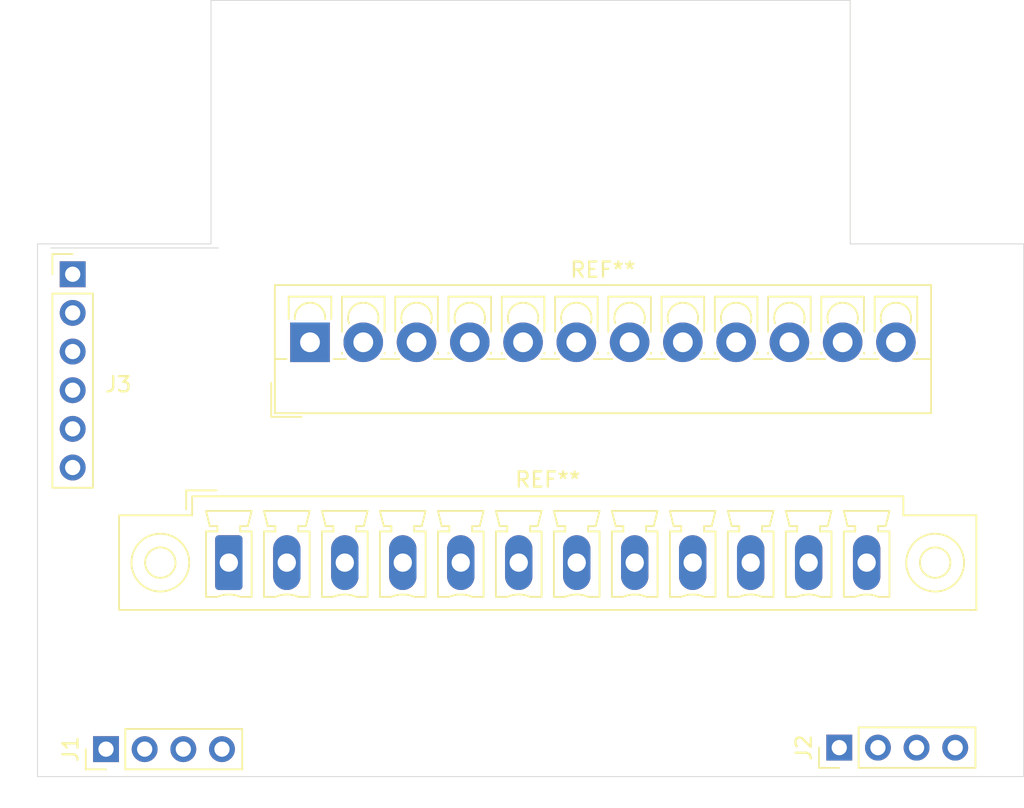
<source format=kicad_pcb>
(kicad_pcb (version 20171130) (host pcbnew 5.1.9+dfsg1-1)

  (general
    (thickness 1.6)
    (drawings 11)
    (tracks 0)
    (zones 0)
    (modules 5)
    (nets 1)
  )

  (page A4)
  (layers
    (0 F.Cu signal)
    (31 B.Cu signal)
    (32 B.Adhes user)
    (33 F.Adhes user)
    (34 B.Paste user)
    (35 F.Paste user)
    (36 B.SilkS user)
    (37 F.SilkS user)
    (38 B.Mask user)
    (39 F.Mask user)
    (40 Dwgs.User user)
    (41 Cmts.User user)
    (42 Eco1.User user)
    (43 Eco2.User user)
    (44 Edge.Cuts user)
    (45 Margin user)
    (46 B.CrtYd user)
    (47 F.CrtYd user)
    (48 B.Fab user)
    (49 F.Fab user)
  )

  (setup
    (last_trace_width 0.25)
    (trace_clearance 0.2)
    (zone_clearance 0.508)
    (zone_45_only no)
    (trace_min 0.2)
    (via_size 0.8)
    (via_drill 0.4)
    (via_min_size 0.4)
    (via_min_drill 0.3)
    (uvia_size 0.3)
    (uvia_drill 0.1)
    (uvias_allowed no)
    (uvia_min_size 0.2)
    (uvia_min_drill 0.1)
    (edge_width 0.1)
    (segment_width 0.2)
    (pcb_text_width 0.3)
    (pcb_text_size 1.5 1.5)
    (mod_edge_width 0.15)
    (mod_text_size 1 1)
    (mod_text_width 0.15)
    (pad_size 1.524 1.524)
    (pad_drill 0.762)
    (pad_to_mask_clearance 0)
    (aux_axis_origin 0 0)
    (visible_elements FFFFFF7F)
    (pcbplotparams
      (layerselection 0x010fc_ffffffff)
      (usegerberextensions false)
      (usegerberattributes true)
      (usegerberadvancedattributes true)
      (creategerberjobfile true)
      (excludeedgelayer true)
      (linewidth 0.100000)
      (plotframeref false)
      (viasonmask false)
      (mode 1)
      (useauxorigin false)
      (hpglpennumber 1)
      (hpglpenspeed 20)
      (hpglpendiameter 15.000000)
      (psnegative false)
      (psa4output false)
      (plotreference true)
      (plotvalue true)
      (plotinvisibletext false)
      (padsonsilk false)
      (subtractmaskfromsilk false)
      (outputformat 1)
      (mirror false)
      (drillshape 1)
      (scaleselection 1)
      (outputdirectory ""))
  )

  (net 0 "")

  (net_class Default "This is the default net class."
    (clearance 0.2)
    (trace_width 0.25)
    (via_dia 0.8)
    (via_drill 0.4)
    (uvia_dia 0.3)
    (uvia_drill 0.1)
  )

  (module Connector_Phoenix_MC:PhoenixContact_MCV_1,5_12-GF-3.81_1x12_P3.81mm_Vertical_ThreadedFlange (layer F.Cu) (tedit 5B784ED2) (tstamp 60AD4B8E)
    (at 128.27 85.344)
    (descr "Generic Phoenix Contact connector footprint for: MCV_1,5/12-GF-3.81; number of pins: 12; pin pitch: 3.81mm; Vertical; threaded flange || order number: 1830693 8A 160V")
    (tags "phoenix_contact connector MCV_01x12_GF_3.81mm")
    (fp_text reference REF** (at 20.96 -5.45) (layer F.SilkS)
      (effects (font (size 1 1) (thickness 0.15)))
    )
    (fp_text value PhoenixContact_MCV_1,5_12-GF-3.81_1x12_P3.81mm_Vertical_ThreadedFlange (at 20.96 4.2) (layer F.Fab)
      (effects (font (size 1 1) (thickness 0.15)))
    )
    (fp_text user %R (at 20.96 -3.55) (layer F.Fab)
      (effects (font (size 1 1) (thickness 0.15)))
    )
    (fp_arc (start 41.91 3.95) (end 41.16 2.25) (angle 47.6) (layer F.SilkS) (width 0.12))
    (fp_arc (start 38.1 3.95) (end 37.35 2.25) (angle 47.6) (layer F.SilkS) (width 0.12))
    (fp_arc (start 34.29 3.95) (end 33.54 2.25) (angle 47.6) (layer F.SilkS) (width 0.12))
    (fp_arc (start 30.48 3.95) (end 29.73 2.25) (angle 47.6) (layer F.SilkS) (width 0.12))
    (fp_arc (start 26.67 3.95) (end 25.92 2.25) (angle 47.6) (layer F.SilkS) (width 0.12))
    (fp_arc (start 22.86 3.95) (end 22.11 2.25) (angle 47.6) (layer F.SilkS) (width 0.12))
    (fp_arc (start 19.05 3.95) (end 18.3 2.25) (angle 47.6) (layer F.SilkS) (width 0.12))
    (fp_arc (start 15.24 3.95) (end 14.49 2.25) (angle 47.6) (layer F.SilkS) (width 0.12))
    (fp_arc (start 11.43 3.95) (end 10.68 2.25) (angle 47.6) (layer F.SilkS) (width 0.12))
    (fp_arc (start 7.62 3.95) (end 6.87 2.25) (angle 47.6) (layer F.SilkS) (width 0.12))
    (fp_arc (start 3.81 3.95) (end 3.06 2.25) (angle 47.6) (layer F.SilkS) (width 0.12))
    (fp_arc (start 0 3.95) (end -0.75 2.25) (angle 47.6) (layer F.SilkS) (width 0.12))
    (fp_circle (center -4.5 0) (end -2.6 0) (layer F.SilkS) (width 0.12))
    (fp_circle (center 46.41 0) (end 48.31 0) (layer F.SilkS) (width 0.12))
    (fp_circle (center -4.5 0) (end -3.5 0) (layer F.SilkS) (width 0.12))
    (fp_circle (center 46.41 0) (end 47.41 0) (layer F.SilkS) (width 0.12))
    (fp_line (start -7.21 3.11) (end 49.12 3.11) (layer F.SilkS) (width 0.12))
    (fp_line (start 49.12 3.11) (end 49.12 -3.11) (layer F.SilkS) (width 0.12))
    (fp_line (start 49.12 -3.11) (end 44.32 -3.11) (layer F.SilkS) (width 0.12))
    (fp_line (start 44.32 -3.11) (end 44.32 -4.36) (layer F.SilkS) (width 0.12))
    (fp_line (start 44.32 -4.36) (end -2.41 -4.36) (layer F.SilkS) (width 0.12))
    (fp_line (start -2.41 -4.36) (end -2.41 -3.11) (layer F.SilkS) (width 0.12))
    (fp_line (start -2.41 -3.11) (end -7.21 -3.11) (layer F.SilkS) (width 0.12))
    (fp_line (start -7.21 -3.11) (end -7.21 3.11) (layer F.SilkS) (width 0.12))
    (fp_line (start -7.1 3) (end 49.01 3) (layer F.Fab) (width 0.1))
    (fp_line (start 49.01 3) (end 49.01 -3) (layer F.Fab) (width 0.1))
    (fp_line (start 49.01 -3) (end 44.21 -3) (layer F.Fab) (width 0.1))
    (fp_line (start 44.21 -3) (end 44.21 -4.25) (layer F.Fab) (width 0.1))
    (fp_line (start 44.21 -4.25) (end -2.3 -4.25) (layer F.Fab) (width 0.1))
    (fp_line (start -2.3 -4.25) (end -2.3 -3) (layer F.Fab) (width 0.1))
    (fp_line (start -2.3 -3) (end -7.1 -3) (layer F.Fab) (width 0.1))
    (fp_line (start -7.1 -3) (end -7.1 3) (layer F.Fab) (width 0.1))
    (fp_line (start -0.75 2.25) (end -1.5 2.25) (layer F.SilkS) (width 0.12))
    (fp_line (start -1.5 2.25) (end -1.5 -2.05) (layer F.SilkS) (width 0.12))
    (fp_line (start -1.5 -2.05) (end -0.75 -2.05) (layer F.SilkS) (width 0.12))
    (fp_line (start -0.75 -2.05) (end -0.75 -2.4) (layer F.SilkS) (width 0.12))
    (fp_line (start -0.75 -2.4) (end -1.25 -2.4) (layer F.SilkS) (width 0.12))
    (fp_line (start -1.25 -2.4) (end -1.5 -3.4) (layer F.SilkS) (width 0.12))
    (fp_line (start -1.5 -3.4) (end 1.5 -3.4) (layer F.SilkS) (width 0.12))
    (fp_line (start 1.5 -3.4) (end 1.25 -2.4) (layer F.SilkS) (width 0.12))
    (fp_line (start 1.25 -2.4) (end 0.75 -2.4) (layer F.SilkS) (width 0.12))
    (fp_line (start 0.75 -2.4) (end 0.75 -2.05) (layer F.SilkS) (width 0.12))
    (fp_line (start 0.75 -2.05) (end 1.5 -2.05) (layer F.SilkS) (width 0.12))
    (fp_line (start 1.5 -2.05) (end 1.5 2.25) (layer F.SilkS) (width 0.12))
    (fp_line (start 1.5 2.25) (end 0.75 2.25) (layer F.SilkS) (width 0.12))
    (fp_line (start 3.06 2.25) (end 2.31 2.25) (layer F.SilkS) (width 0.12))
    (fp_line (start 2.31 2.25) (end 2.31 -2.05) (layer F.SilkS) (width 0.12))
    (fp_line (start 2.31 -2.05) (end 3.06 -2.05) (layer F.SilkS) (width 0.12))
    (fp_line (start 3.06 -2.05) (end 3.06 -2.4) (layer F.SilkS) (width 0.12))
    (fp_line (start 3.06 -2.4) (end 2.56 -2.4) (layer F.SilkS) (width 0.12))
    (fp_line (start 2.56 -2.4) (end 2.31 -3.4) (layer F.SilkS) (width 0.12))
    (fp_line (start 2.31 -3.4) (end 5.31 -3.4) (layer F.SilkS) (width 0.12))
    (fp_line (start 5.31 -3.4) (end 5.06 -2.4) (layer F.SilkS) (width 0.12))
    (fp_line (start 5.06 -2.4) (end 4.56 -2.4) (layer F.SilkS) (width 0.12))
    (fp_line (start 4.56 -2.4) (end 4.56 -2.05) (layer F.SilkS) (width 0.12))
    (fp_line (start 4.56 -2.05) (end 5.31 -2.05) (layer F.SilkS) (width 0.12))
    (fp_line (start 5.31 -2.05) (end 5.31 2.25) (layer F.SilkS) (width 0.12))
    (fp_line (start 5.31 2.25) (end 4.56 2.25) (layer F.SilkS) (width 0.12))
    (fp_line (start 6.87 2.25) (end 6.12 2.25) (layer F.SilkS) (width 0.12))
    (fp_line (start 6.12 2.25) (end 6.12 -2.05) (layer F.SilkS) (width 0.12))
    (fp_line (start 6.12 -2.05) (end 6.87 -2.05) (layer F.SilkS) (width 0.12))
    (fp_line (start 6.87 -2.05) (end 6.87 -2.4) (layer F.SilkS) (width 0.12))
    (fp_line (start 6.87 -2.4) (end 6.37 -2.4) (layer F.SilkS) (width 0.12))
    (fp_line (start 6.37 -2.4) (end 6.12 -3.4) (layer F.SilkS) (width 0.12))
    (fp_line (start 6.12 -3.4) (end 9.12 -3.4) (layer F.SilkS) (width 0.12))
    (fp_line (start 9.12 -3.4) (end 8.87 -2.4) (layer F.SilkS) (width 0.12))
    (fp_line (start 8.87 -2.4) (end 8.37 -2.4) (layer F.SilkS) (width 0.12))
    (fp_line (start 8.37 -2.4) (end 8.37 -2.05) (layer F.SilkS) (width 0.12))
    (fp_line (start 8.37 -2.05) (end 9.12 -2.05) (layer F.SilkS) (width 0.12))
    (fp_line (start 9.12 -2.05) (end 9.12 2.25) (layer F.SilkS) (width 0.12))
    (fp_line (start 9.12 2.25) (end 8.37 2.25) (layer F.SilkS) (width 0.12))
    (fp_line (start 10.68 2.25) (end 9.93 2.25) (layer F.SilkS) (width 0.12))
    (fp_line (start 9.93 2.25) (end 9.93 -2.05) (layer F.SilkS) (width 0.12))
    (fp_line (start 9.93 -2.05) (end 10.68 -2.05) (layer F.SilkS) (width 0.12))
    (fp_line (start 10.68 -2.05) (end 10.68 -2.4) (layer F.SilkS) (width 0.12))
    (fp_line (start 10.68 -2.4) (end 10.18 -2.4) (layer F.SilkS) (width 0.12))
    (fp_line (start 10.18 -2.4) (end 9.93 -3.4) (layer F.SilkS) (width 0.12))
    (fp_line (start 9.93 -3.4) (end 12.93 -3.4) (layer F.SilkS) (width 0.12))
    (fp_line (start 12.93 -3.4) (end 12.68 -2.4) (layer F.SilkS) (width 0.12))
    (fp_line (start 12.68 -2.4) (end 12.18 -2.4) (layer F.SilkS) (width 0.12))
    (fp_line (start 12.18 -2.4) (end 12.18 -2.05) (layer F.SilkS) (width 0.12))
    (fp_line (start 12.18 -2.05) (end 12.93 -2.05) (layer F.SilkS) (width 0.12))
    (fp_line (start 12.93 -2.05) (end 12.93 2.25) (layer F.SilkS) (width 0.12))
    (fp_line (start 12.93 2.25) (end 12.18 2.25) (layer F.SilkS) (width 0.12))
    (fp_line (start 14.49 2.25) (end 13.74 2.25) (layer F.SilkS) (width 0.12))
    (fp_line (start 13.74 2.25) (end 13.74 -2.05) (layer F.SilkS) (width 0.12))
    (fp_line (start 13.74 -2.05) (end 14.49 -2.05) (layer F.SilkS) (width 0.12))
    (fp_line (start 14.49 -2.05) (end 14.49 -2.4) (layer F.SilkS) (width 0.12))
    (fp_line (start 14.49 -2.4) (end 13.99 -2.4) (layer F.SilkS) (width 0.12))
    (fp_line (start 13.99 -2.4) (end 13.74 -3.4) (layer F.SilkS) (width 0.12))
    (fp_line (start 13.74 -3.4) (end 16.74 -3.4) (layer F.SilkS) (width 0.12))
    (fp_line (start 16.74 -3.4) (end 16.49 -2.4) (layer F.SilkS) (width 0.12))
    (fp_line (start 16.49 -2.4) (end 15.99 -2.4) (layer F.SilkS) (width 0.12))
    (fp_line (start 15.99 -2.4) (end 15.99 -2.05) (layer F.SilkS) (width 0.12))
    (fp_line (start 15.99 -2.05) (end 16.74 -2.05) (layer F.SilkS) (width 0.12))
    (fp_line (start 16.74 -2.05) (end 16.74 2.25) (layer F.SilkS) (width 0.12))
    (fp_line (start 16.74 2.25) (end 15.99 2.25) (layer F.SilkS) (width 0.12))
    (fp_line (start 18.3 2.25) (end 17.55 2.25) (layer F.SilkS) (width 0.12))
    (fp_line (start 17.55 2.25) (end 17.55 -2.05) (layer F.SilkS) (width 0.12))
    (fp_line (start 17.55 -2.05) (end 18.3 -2.05) (layer F.SilkS) (width 0.12))
    (fp_line (start 18.3 -2.05) (end 18.3 -2.4) (layer F.SilkS) (width 0.12))
    (fp_line (start 18.3 -2.4) (end 17.8 -2.4) (layer F.SilkS) (width 0.12))
    (fp_line (start 17.8 -2.4) (end 17.55 -3.4) (layer F.SilkS) (width 0.12))
    (fp_line (start 17.55 -3.4) (end 20.55 -3.4) (layer F.SilkS) (width 0.12))
    (fp_line (start 20.55 -3.4) (end 20.3 -2.4) (layer F.SilkS) (width 0.12))
    (fp_line (start 20.3 -2.4) (end 19.8 -2.4) (layer F.SilkS) (width 0.12))
    (fp_line (start 19.8 -2.4) (end 19.8 -2.05) (layer F.SilkS) (width 0.12))
    (fp_line (start 19.8 -2.05) (end 20.55 -2.05) (layer F.SilkS) (width 0.12))
    (fp_line (start 20.55 -2.05) (end 20.55 2.25) (layer F.SilkS) (width 0.12))
    (fp_line (start 20.55 2.25) (end 19.8 2.25) (layer F.SilkS) (width 0.12))
    (fp_line (start 22.11 2.25) (end 21.36 2.25) (layer F.SilkS) (width 0.12))
    (fp_line (start 21.36 2.25) (end 21.36 -2.05) (layer F.SilkS) (width 0.12))
    (fp_line (start 21.36 -2.05) (end 22.11 -2.05) (layer F.SilkS) (width 0.12))
    (fp_line (start 22.11 -2.05) (end 22.11 -2.4) (layer F.SilkS) (width 0.12))
    (fp_line (start 22.11 -2.4) (end 21.61 -2.4) (layer F.SilkS) (width 0.12))
    (fp_line (start 21.61 -2.4) (end 21.36 -3.4) (layer F.SilkS) (width 0.12))
    (fp_line (start 21.36 -3.4) (end 24.36 -3.4) (layer F.SilkS) (width 0.12))
    (fp_line (start 24.36 -3.4) (end 24.11 -2.4) (layer F.SilkS) (width 0.12))
    (fp_line (start 24.11 -2.4) (end 23.61 -2.4) (layer F.SilkS) (width 0.12))
    (fp_line (start 23.61 -2.4) (end 23.61 -2.05) (layer F.SilkS) (width 0.12))
    (fp_line (start 23.61 -2.05) (end 24.36 -2.05) (layer F.SilkS) (width 0.12))
    (fp_line (start 24.36 -2.05) (end 24.36 2.25) (layer F.SilkS) (width 0.12))
    (fp_line (start 24.36 2.25) (end 23.61 2.25) (layer F.SilkS) (width 0.12))
    (fp_line (start 25.92 2.25) (end 25.17 2.25) (layer F.SilkS) (width 0.12))
    (fp_line (start 25.17 2.25) (end 25.17 -2.05) (layer F.SilkS) (width 0.12))
    (fp_line (start 25.17 -2.05) (end 25.92 -2.05) (layer F.SilkS) (width 0.12))
    (fp_line (start 25.92 -2.05) (end 25.92 -2.4) (layer F.SilkS) (width 0.12))
    (fp_line (start 25.92 -2.4) (end 25.42 -2.4) (layer F.SilkS) (width 0.12))
    (fp_line (start 25.42 -2.4) (end 25.17 -3.4) (layer F.SilkS) (width 0.12))
    (fp_line (start 25.17 -3.4) (end 28.17 -3.4) (layer F.SilkS) (width 0.12))
    (fp_line (start 28.17 -3.4) (end 27.92 -2.4) (layer F.SilkS) (width 0.12))
    (fp_line (start 27.92 -2.4) (end 27.42 -2.4) (layer F.SilkS) (width 0.12))
    (fp_line (start 27.42 -2.4) (end 27.42 -2.05) (layer F.SilkS) (width 0.12))
    (fp_line (start 27.42 -2.05) (end 28.17 -2.05) (layer F.SilkS) (width 0.12))
    (fp_line (start 28.17 -2.05) (end 28.17 2.25) (layer F.SilkS) (width 0.12))
    (fp_line (start 28.17 2.25) (end 27.42 2.25) (layer F.SilkS) (width 0.12))
    (fp_line (start 29.73 2.25) (end 28.98 2.25) (layer F.SilkS) (width 0.12))
    (fp_line (start 28.98 2.25) (end 28.98 -2.05) (layer F.SilkS) (width 0.12))
    (fp_line (start 28.98 -2.05) (end 29.73 -2.05) (layer F.SilkS) (width 0.12))
    (fp_line (start 29.73 -2.05) (end 29.73 -2.4) (layer F.SilkS) (width 0.12))
    (fp_line (start 29.73 -2.4) (end 29.23 -2.4) (layer F.SilkS) (width 0.12))
    (fp_line (start 29.23 -2.4) (end 28.98 -3.4) (layer F.SilkS) (width 0.12))
    (fp_line (start 28.98 -3.4) (end 31.98 -3.4) (layer F.SilkS) (width 0.12))
    (fp_line (start 31.98 -3.4) (end 31.73 -2.4) (layer F.SilkS) (width 0.12))
    (fp_line (start 31.73 -2.4) (end 31.23 -2.4) (layer F.SilkS) (width 0.12))
    (fp_line (start 31.23 -2.4) (end 31.23 -2.05) (layer F.SilkS) (width 0.12))
    (fp_line (start 31.23 -2.05) (end 31.98 -2.05) (layer F.SilkS) (width 0.12))
    (fp_line (start 31.98 -2.05) (end 31.98 2.25) (layer F.SilkS) (width 0.12))
    (fp_line (start 31.98 2.25) (end 31.23 2.25) (layer F.SilkS) (width 0.12))
    (fp_line (start 33.54 2.25) (end 32.79 2.25) (layer F.SilkS) (width 0.12))
    (fp_line (start 32.79 2.25) (end 32.79 -2.05) (layer F.SilkS) (width 0.12))
    (fp_line (start 32.79 -2.05) (end 33.54 -2.05) (layer F.SilkS) (width 0.12))
    (fp_line (start 33.54 -2.05) (end 33.54 -2.4) (layer F.SilkS) (width 0.12))
    (fp_line (start 33.54 -2.4) (end 33.04 -2.4) (layer F.SilkS) (width 0.12))
    (fp_line (start 33.04 -2.4) (end 32.79 -3.4) (layer F.SilkS) (width 0.12))
    (fp_line (start 32.79 -3.4) (end 35.79 -3.4) (layer F.SilkS) (width 0.12))
    (fp_line (start 35.79 -3.4) (end 35.54 -2.4) (layer F.SilkS) (width 0.12))
    (fp_line (start 35.54 -2.4) (end 35.04 -2.4) (layer F.SilkS) (width 0.12))
    (fp_line (start 35.04 -2.4) (end 35.04 -2.05) (layer F.SilkS) (width 0.12))
    (fp_line (start 35.04 -2.05) (end 35.79 -2.05) (layer F.SilkS) (width 0.12))
    (fp_line (start 35.79 -2.05) (end 35.79 2.25) (layer F.SilkS) (width 0.12))
    (fp_line (start 35.79 2.25) (end 35.04 2.25) (layer F.SilkS) (width 0.12))
    (fp_line (start 37.35 2.25) (end 36.6 2.25) (layer F.SilkS) (width 0.12))
    (fp_line (start 36.6 2.25) (end 36.6 -2.05) (layer F.SilkS) (width 0.12))
    (fp_line (start 36.6 -2.05) (end 37.35 -2.05) (layer F.SilkS) (width 0.12))
    (fp_line (start 37.35 -2.05) (end 37.35 -2.4) (layer F.SilkS) (width 0.12))
    (fp_line (start 37.35 -2.4) (end 36.85 -2.4) (layer F.SilkS) (width 0.12))
    (fp_line (start 36.85 -2.4) (end 36.6 -3.4) (layer F.SilkS) (width 0.12))
    (fp_line (start 36.6 -3.4) (end 39.6 -3.4) (layer F.SilkS) (width 0.12))
    (fp_line (start 39.6 -3.4) (end 39.35 -2.4) (layer F.SilkS) (width 0.12))
    (fp_line (start 39.35 -2.4) (end 38.85 -2.4) (layer F.SilkS) (width 0.12))
    (fp_line (start 38.85 -2.4) (end 38.85 -2.05) (layer F.SilkS) (width 0.12))
    (fp_line (start 38.85 -2.05) (end 39.6 -2.05) (layer F.SilkS) (width 0.12))
    (fp_line (start 39.6 -2.05) (end 39.6 2.25) (layer F.SilkS) (width 0.12))
    (fp_line (start 39.6 2.25) (end 38.85 2.25) (layer F.SilkS) (width 0.12))
    (fp_line (start 41.16 2.25) (end 40.41 2.25) (layer F.SilkS) (width 0.12))
    (fp_line (start 40.41 2.25) (end 40.41 -2.05) (layer F.SilkS) (width 0.12))
    (fp_line (start 40.41 -2.05) (end 41.16 -2.05) (layer F.SilkS) (width 0.12))
    (fp_line (start 41.16 -2.05) (end 41.16 -2.4) (layer F.SilkS) (width 0.12))
    (fp_line (start 41.16 -2.4) (end 40.66 -2.4) (layer F.SilkS) (width 0.12))
    (fp_line (start 40.66 -2.4) (end 40.41 -3.4) (layer F.SilkS) (width 0.12))
    (fp_line (start 40.41 -3.4) (end 43.41 -3.4) (layer F.SilkS) (width 0.12))
    (fp_line (start 43.41 -3.4) (end 43.16 -2.4) (layer F.SilkS) (width 0.12))
    (fp_line (start 43.16 -2.4) (end 42.66 -2.4) (layer F.SilkS) (width 0.12))
    (fp_line (start 42.66 -2.4) (end 42.66 -2.05) (layer F.SilkS) (width 0.12))
    (fp_line (start 42.66 -2.05) (end 43.41 -2.05) (layer F.SilkS) (width 0.12))
    (fp_line (start 43.41 -2.05) (end 43.41 2.25) (layer F.SilkS) (width 0.12))
    (fp_line (start 43.41 2.25) (end 42.66 2.25) (layer F.SilkS) (width 0.12))
    (fp_line (start -7.6 -4.75) (end -7.6 3.5) (layer F.CrtYd) (width 0.05))
    (fp_line (start -7.6 3.5) (end 49.51 3.5) (layer F.CrtYd) (width 0.05))
    (fp_line (start 49.51 3.5) (end 49.51 -4.75) (layer F.CrtYd) (width 0.05))
    (fp_line (start 49.51 -4.75) (end -7.6 -4.75) (layer F.CrtYd) (width 0.05))
    (fp_line (start -2.8 -3.5) (end -2.8 -4.75) (layer F.SilkS) (width 0.12))
    (fp_line (start -2.8 -4.75) (end -0.8 -4.75) (layer F.SilkS) (width 0.12))
    (fp_line (start -2.8 -3.5) (end -2.8 -4.75) (layer F.Fab) (width 0.1))
    (fp_line (start -2.8 -4.75) (end -0.8 -4.75) (layer F.Fab) (width 0.1))
    (pad 12 thru_hole oval (at 41.91 0) (size 1.8 3.6) (drill 1.2) (layers *.Cu *.Mask))
    (pad 11 thru_hole oval (at 38.1 0) (size 1.8 3.6) (drill 1.2) (layers *.Cu *.Mask))
    (pad 10 thru_hole oval (at 34.29 0) (size 1.8 3.6) (drill 1.2) (layers *.Cu *.Mask))
    (pad 9 thru_hole oval (at 30.48 0) (size 1.8 3.6) (drill 1.2) (layers *.Cu *.Mask))
    (pad 8 thru_hole oval (at 26.67 0) (size 1.8 3.6) (drill 1.2) (layers *.Cu *.Mask))
    (pad 7 thru_hole oval (at 22.86 0) (size 1.8 3.6) (drill 1.2) (layers *.Cu *.Mask))
    (pad 6 thru_hole oval (at 19.05 0) (size 1.8 3.6) (drill 1.2) (layers *.Cu *.Mask))
    (pad 5 thru_hole oval (at 15.24 0) (size 1.8 3.6) (drill 1.2) (layers *.Cu *.Mask))
    (pad 4 thru_hole oval (at 11.43 0) (size 1.8 3.6) (drill 1.2) (layers *.Cu *.Mask))
    (pad 3 thru_hole oval (at 7.62 0) (size 1.8 3.6) (drill 1.2) (layers *.Cu *.Mask))
    (pad 2 thru_hole oval (at 3.81 0) (size 1.8 3.6) (drill 1.2) (layers *.Cu *.Mask))
    (pad 1 thru_hole roundrect (at 0 0) (size 1.8 3.6) (drill 1.2) (layers *.Cu *.Mask) (roundrect_rratio 0.138889))
    (model ${KISYS3DMOD}/Connector_Phoenix_MC.3dshapes/PhoenixContact_MCV_1,5_12-GF-3.81_1x12_P3.81mm_Vertical_ThreadedFlange.wrl
      (at (xyz 0 0 0))
      (scale (xyz 1 1 1))
      (rotate (xyz 0 0 0))
    )
  )

  (module TerminalBlock_4Ucon:TerminalBlock_4Ucon_1x12_P3.50mm_Vertical (layer F.Cu) (tedit 5B294E88) (tstamp 60AD45DC)
    (at 133.604 70.866)
    (descr "Terminal Block 4Ucon ItemNo. 10703, vertical (cable from top), 12 pins, pitch 3.5mm, size 43x8.3mm^2, drill diamater 1.3mm, pad diameter 2.6mm, see http://www.4uconnector.com/online/object/4udrawing/10703.pdf, script-generated with , script-generated using https://github.com/pointhi/kicad-footprint-generator/scripts/TerminalBlock_4Ucon")
    (tags "THT Terminal Block 4Ucon ItemNo. 10703 vertical pitch 3.5mm size 43x8.3mm^2 drill 1.3mm pad 2.6mm")
    (fp_text reference REF** (at 19.25 -4.76) (layer F.SilkS)
      (effects (font (size 1 1) (thickness 0.15)))
    )
    (fp_text value TerminalBlock_4Ucon_1x12_P3.50mm_Vertical (at 19.25 5.66) (layer F.Fab)
      (effects (font (size 1 1) (thickness 0.15)))
    )
    (fp_text user %R (at 19.25 3.45) (layer F.Fab)
      (effects (font (size 1 1) (thickness 0.15)))
    )
    (fp_arc (start 38.5 -1.6) (end 39.44 -1.258) (angle -220) (layer F.SilkS) (width 0.12))
    (fp_arc (start 35 -1.6) (end 35.94 -1.258) (angle -220) (layer F.SilkS) (width 0.12))
    (fp_arc (start 31.5 -1.6) (end 32.44 -1.258) (angle -220) (layer F.SilkS) (width 0.12))
    (fp_arc (start 28 -1.6) (end 28.94 -1.258) (angle -220) (layer F.SilkS) (width 0.12))
    (fp_arc (start 24.5 -1.6) (end 25.44 -1.258) (angle -220) (layer F.SilkS) (width 0.12))
    (fp_arc (start 21 -1.6) (end 21.94 -1.258) (angle -220) (layer F.SilkS) (width 0.12))
    (fp_arc (start 17.5 -1.6) (end 18.44 -1.258) (angle -220) (layer F.SilkS) (width 0.12))
    (fp_arc (start 14 -1.6) (end 14.94 -1.258) (angle -220) (layer F.SilkS) (width 0.12))
    (fp_arc (start 10.5 -1.6) (end 11.44 -1.258) (angle -220) (layer F.SilkS) (width 0.12))
    (fp_arc (start 7 -1.6) (end 7.94 -1.258) (angle -220) (layer F.SilkS) (width 0.12))
    (fp_arc (start 3.5 -1.6) (end 4.44 -1.258) (angle -220) (layer F.SilkS) (width 0.12))
    (fp_arc (start 0 -1.6) (end 0.998 -1.531) (angle -188) (layer F.SilkS) (width 0.12))
    (fp_circle (center 0 -1.6) (end 1 -1.6) (layer F.Fab) (width 0.1))
    (fp_circle (center 3.5 -1.6) (end 4.5 -1.6) (layer F.Fab) (width 0.1))
    (fp_circle (center 7 -1.6) (end 8 -1.6) (layer F.Fab) (width 0.1))
    (fp_circle (center 10.5 -1.6) (end 11.5 -1.6) (layer F.Fab) (width 0.1))
    (fp_circle (center 14 -1.6) (end 15 -1.6) (layer F.Fab) (width 0.1))
    (fp_circle (center 17.5 -1.6) (end 18.5 -1.6) (layer F.Fab) (width 0.1))
    (fp_circle (center 21 -1.6) (end 22 -1.6) (layer F.Fab) (width 0.1))
    (fp_circle (center 24.5 -1.6) (end 25.5 -1.6) (layer F.Fab) (width 0.1))
    (fp_circle (center 28 -1.6) (end 29 -1.6) (layer F.Fab) (width 0.1))
    (fp_circle (center 31.5 -1.6) (end 32.5 -1.6) (layer F.Fab) (width 0.1))
    (fp_circle (center 35 -1.6) (end 36 -1.6) (layer F.Fab) (width 0.1))
    (fp_circle (center 38.5 -1.6) (end 39.5 -1.6) (layer F.Fab) (width 0.1))
    (fp_line (start -2.25 -3.7) (end 40.75 -3.7) (layer F.Fab) (width 0.1))
    (fp_line (start 40.75 -3.7) (end 40.75 4.6) (layer F.Fab) (width 0.1))
    (fp_line (start 40.75 4.6) (end -0.25 4.6) (layer F.Fab) (width 0.1))
    (fp_line (start -0.25 4.6) (end -2.25 2.6) (layer F.Fab) (width 0.1))
    (fp_line (start -2.25 2.6) (end -2.25 -3.7) (layer F.Fab) (width 0.1))
    (fp_line (start -2.25 1.1) (end 40.75 1.1) (layer F.Fab) (width 0.1))
    (fp_line (start -2.31 1.101) (end -1.54 1.101) (layer F.SilkS) (width 0.12))
    (fp_line (start 1.54 1.101) (end 2.367 1.101) (layer F.SilkS) (width 0.12))
    (fp_line (start 4.634 1.101) (end 5.867 1.101) (layer F.SilkS) (width 0.12))
    (fp_line (start 8.134 1.101) (end 9.367 1.101) (layer F.SilkS) (width 0.12))
    (fp_line (start 11.634 1.101) (end 12.867 1.101) (layer F.SilkS) (width 0.12))
    (fp_line (start 15.134 1.101) (end 16.367 1.101) (layer F.SilkS) (width 0.12))
    (fp_line (start 18.634 1.101) (end 19.867 1.101) (layer F.SilkS) (width 0.12))
    (fp_line (start 22.134 1.101) (end 23.367 1.101) (layer F.SilkS) (width 0.12))
    (fp_line (start 25.634 1.101) (end 26.867 1.101) (layer F.SilkS) (width 0.12))
    (fp_line (start 29.134 1.101) (end 30.367 1.101) (layer F.SilkS) (width 0.12))
    (fp_line (start 32.634 1.101) (end 33.867 1.101) (layer F.SilkS) (width 0.12))
    (fp_line (start 36.134 1.101) (end 37.367 1.101) (layer F.SilkS) (width 0.12))
    (fp_line (start 39.634 1.101) (end 40.81 1.101) (layer F.SilkS) (width 0.12))
    (fp_line (start -2.31 -3.76) (end 40.81 -3.76) (layer F.SilkS) (width 0.12))
    (fp_line (start -2.31 4.66) (end 40.81 4.66) (layer F.SilkS) (width 0.12))
    (fp_line (start -2.31 -3.76) (end -2.31 4.66) (layer F.SilkS) (width 0.12))
    (fp_line (start 40.81 -3.76) (end 40.81 4.66) (layer F.SilkS) (width 0.12))
    (fp_line (start -1.4 -3) (end 1.4 -3) (layer F.SilkS) (width 0.12))
    (fp_line (start -1.4 -3) (end -1.4 -1.54) (layer F.SilkS) (width 0.12))
    (fp_line (start 1.4 -3) (end 1.4 -1.54) (layer F.SilkS) (width 0.12))
    (fp_line (start -1.4 -3) (end -1.4 0.75) (layer F.Fab) (width 0.1))
    (fp_line (start -1.4 0.75) (end 1.4 0.75) (layer F.Fab) (width 0.1))
    (fp_line (start 1.4 0.75) (end 1.4 -3) (layer F.Fab) (width 0.1))
    (fp_line (start 1.4 -3) (end -1.4 -3) (layer F.Fab) (width 0.1))
    (fp_line (start 2.1 -3) (end 4.9 -3) (layer F.SilkS) (width 0.12))
    (fp_line (start 2.1 0.75) (end 2.101 0.75) (layer F.SilkS) (width 0.12))
    (fp_line (start 4.9 0.75) (end 4.9 0.75) (layer F.SilkS) (width 0.12))
    (fp_line (start 2.1 -3) (end 2.1 -0.689) (layer F.SilkS) (width 0.12))
    (fp_line (start 2.1 0.689) (end 2.1 0.75) (layer F.SilkS) (width 0.12))
    (fp_line (start 4.9 -3) (end 4.9 -0.689) (layer F.SilkS) (width 0.12))
    (fp_line (start 4.9 0.689) (end 4.9 0.75) (layer F.SilkS) (width 0.12))
    (fp_line (start 2.1 -3) (end 2.1 0.75) (layer F.Fab) (width 0.1))
    (fp_line (start 2.1 0.75) (end 4.9 0.75) (layer F.Fab) (width 0.1))
    (fp_line (start 4.9 0.75) (end 4.9 -3) (layer F.Fab) (width 0.1))
    (fp_line (start 4.9 -3) (end 2.1 -3) (layer F.Fab) (width 0.1))
    (fp_line (start 5.6 -3) (end 8.4 -3) (layer F.SilkS) (width 0.12))
    (fp_line (start 5.6 0.75) (end 5.601 0.75) (layer F.SilkS) (width 0.12))
    (fp_line (start 8.4 0.75) (end 8.4 0.75) (layer F.SilkS) (width 0.12))
    (fp_line (start 5.6 -3) (end 5.6 -0.689) (layer F.SilkS) (width 0.12))
    (fp_line (start 5.6 0.689) (end 5.6 0.75) (layer F.SilkS) (width 0.12))
    (fp_line (start 8.4 -3) (end 8.4 -0.689) (layer F.SilkS) (width 0.12))
    (fp_line (start 8.4 0.689) (end 8.4 0.75) (layer F.SilkS) (width 0.12))
    (fp_line (start 5.6 -3) (end 5.6 0.75) (layer F.Fab) (width 0.1))
    (fp_line (start 5.6 0.75) (end 8.4 0.75) (layer F.Fab) (width 0.1))
    (fp_line (start 8.4 0.75) (end 8.4 -3) (layer F.Fab) (width 0.1))
    (fp_line (start 8.4 -3) (end 5.6 -3) (layer F.Fab) (width 0.1))
    (fp_line (start 9.1 -3) (end 11.9 -3) (layer F.SilkS) (width 0.12))
    (fp_line (start 9.1 0.75) (end 9.101 0.75) (layer F.SilkS) (width 0.12))
    (fp_line (start 11.9 0.75) (end 11.9 0.75) (layer F.SilkS) (width 0.12))
    (fp_line (start 9.1 -3) (end 9.1 -0.689) (layer F.SilkS) (width 0.12))
    (fp_line (start 9.1 0.689) (end 9.1 0.75) (layer F.SilkS) (width 0.12))
    (fp_line (start 11.9 -3) (end 11.9 -0.689) (layer F.SilkS) (width 0.12))
    (fp_line (start 11.9 0.689) (end 11.9 0.75) (layer F.SilkS) (width 0.12))
    (fp_line (start 9.1 -3) (end 9.1 0.75) (layer F.Fab) (width 0.1))
    (fp_line (start 9.1 0.75) (end 11.9 0.75) (layer F.Fab) (width 0.1))
    (fp_line (start 11.9 0.75) (end 11.9 -3) (layer F.Fab) (width 0.1))
    (fp_line (start 11.9 -3) (end 9.1 -3) (layer F.Fab) (width 0.1))
    (fp_line (start 12.6 -3) (end 15.4 -3) (layer F.SilkS) (width 0.12))
    (fp_line (start 12.6 0.75) (end 12.601 0.75) (layer F.SilkS) (width 0.12))
    (fp_line (start 15.4 0.75) (end 15.4 0.75) (layer F.SilkS) (width 0.12))
    (fp_line (start 12.6 -3) (end 12.6 -0.689) (layer F.SilkS) (width 0.12))
    (fp_line (start 12.6 0.689) (end 12.6 0.75) (layer F.SilkS) (width 0.12))
    (fp_line (start 15.4 -3) (end 15.4 -0.689) (layer F.SilkS) (width 0.12))
    (fp_line (start 15.4 0.689) (end 15.4 0.75) (layer F.SilkS) (width 0.12))
    (fp_line (start 12.6 -3) (end 12.6 0.75) (layer F.Fab) (width 0.1))
    (fp_line (start 12.6 0.75) (end 15.4 0.75) (layer F.Fab) (width 0.1))
    (fp_line (start 15.4 0.75) (end 15.4 -3) (layer F.Fab) (width 0.1))
    (fp_line (start 15.4 -3) (end 12.6 -3) (layer F.Fab) (width 0.1))
    (fp_line (start 16.101 -3) (end 18.9 -3) (layer F.SilkS) (width 0.12))
    (fp_line (start 16.101 0.75) (end 16.101 0.75) (layer F.SilkS) (width 0.12))
    (fp_line (start 18.9 0.75) (end 18.9 0.75) (layer F.SilkS) (width 0.12))
    (fp_line (start 16.101 -3) (end 16.101 -0.689) (layer F.SilkS) (width 0.12))
    (fp_line (start 16.101 0.689) (end 16.101 0.75) (layer F.SilkS) (width 0.12))
    (fp_line (start 18.9 -3) (end 18.9 -0.689) (layer F.SilkS) (width 0.12))
    (fp_line (start 18.9 0.689) (end 18.9 0.75) (layer F.SilkS) (width 0.12))
    (fp_line (start 16.101 -3) (end 16.101 0.75) (layer F.Fab) (width 0.1))
    (fp_line (start 16.101 0.75) (end 18.9 0.75) (layer F.Fab) (width 0.1))
    (fp_line (start 18.9 0.75) (end 18.9 -3) (layer F.Fab) (width 0.1))
    (fp_line (start 18.9 -3) (end 16.101 -3) (layer F.Fab) (width 0.1))
    (fp_line (start 19.6 -3) (end 22.4 -3) (layer F.SilkS) (width 0.12))
    (fp_line (start 19.6 0.75) (end 19.601 0.75) (layer F.SilkS) (width 0.12))
    (fp_line (start 22.4 0.75) (end 22.4 0.75) (layer F.SilkS) (width 0.12))
    (fp_line (start 19.6 -3) (end 19.6 -0.689) (layer F.SilkS) (width 0.12))
    (fp_line (start 19.6 0.689) (end 19.6 0.75) (layer F.SilkS) (width 0.12))
    (fp_line (start 22.4 -3) (end 22.4 -0.689) (layer F.SilkS) (width 0.12))
    (fp_line (start 22.4 0.689) (end 22.4 0.75) (layer F.SilkS) (width 0.12))
    (fp_line (start 19.6 -3) (end 19.6 0.75) (layer F.Fab) (width 0.1))
    (fp_line (start 19.6 0.75) (end 22.4 0.75) (layer F.Fab) (width 0.1))
    (fp_line (start 22.4 0.75) (end 22.4 -3) (layer F.Fab) (width 0.1))
    (fp_line (start 22.4 -3) (end 19.6 -3) (layer F.Fab) (width 0.1))
    (fp_line (start 23.1 -3) (end 25.9 -3) (layer F.SilkS) (width 0.12))
    (fp_line (start 23.1 0.75) (end 23.101 0.75) (layer F.SilkS) (width 0.12))
    (fp_line (start 25.9 0.75) (end 25.9 0.75) (layer F.SilkS) (width 0.12))
    (fp_line (start 23.1 -3) (end 23.1 -0.689) (layer F.SilkS) (width 0.12))
    (fp_line (start 23.1 0.689) (end 23.1 0.75) (layer F.SilkS) (width 0.12))
    (fp_line (start 25.9 -3) (end 25.9 -0.689) (layer F.SilkS) (width 0.12))
    (fp_line (start 25.9 0.689) (end 25.9 0.75) (layer F.SilkS) (width 0.12))
    (fp_line (start 23.1 -3) (end 23.1 0.75) (layer F.Fab) (width 0.1))
    (fp_line (start 23.1 0.75) (end 25.9 0.75) (layer F.Fab) (width 0.1))
    (fp_line (start 25.9 0.75) (end 25.9 -3) (layer F.Fab) (width 0.1))
    (fp_line (start 25.9 -3) (end 23.1 -3) (layer F.Fab) (width 0.1))
    (fp_line (start 26.6 -3) (end 29.4 -3) (layer F.SilkS) (width 0.12))
    (fp_line (start 26.6 0.75) (end 26.601 0.75) (layer F.SilkS) (width 0.12))
    (fp_line (start 29.4 0.75) (end 29.4 0.75) (layer F.SilkS) (width 0.12))
    (fp_line (start 26.6 -3) (end 26.6 -0.689) (layer F.SilkS) (width 0.12))
    (fp_line (start 26.6 0.689) (end 26.6 0.75) (layer F.SilkS) (width 0.12))
    (fp_line (start 29.4 -3) (end 29.4 -0.689) (layer F.SilkS) (width 0.12))
    (fp_line (start 29.4 0.689) (end 29.4 0.75) (layer F.SilkS) (width 0.12))
    (fp_line (start 26.6 -3) (end 26.6 0.75) (layer F.Fab) (width 0.1))
    (fp_line (start 26.6 0.75) (end 29.4 0.75) (layer F.Fab) (width 0.1))
    (fp_line (start 29.4 0.75) (end 29.4 -3) (layer F.Fab) (width 0.1))
    (fp_line (start 29.4 -3) (end 26.6 -3) (layer F.Fab) (width 0.1))
    (fp_line (start 30.1 -3) (end 32.9 -3) (layer F.SilkS) (width 0.12))
    (fp_line (start 30.1 0.75) (end 30.101 0.75) (layer F.SilkS) (width 0.12))
    (fp_line (start 32.9 0.75) (end 32.9 0.75) (layer F.SilkS) (width 0.12))
    (fp_line (start 30.1 -3) (end 30.1 -0.689) (layer F.SilkS) (width 0.12))
    (fp_line (start 30.1 0.689) (end 30.1 0.75) (layer F.SilkS) (width 0.12))
    (fp_line (start 32.9 -3) (end 32.9 -0.689) (layer F.SilkS) (width 0.12))
    (fp_line (start 32.9 0.689) (end 32.9 0.75) (layer F.SilkS) (width 0.12))
    (fp_line (start 30.1 -3) (end 30.1 0.75) (layer F.Fab) (width 0.1))
    (fp_line (start 30.1 0.75) (end 32.9 0.75) (layer F.Fab) (width 0.1))
    (fp_line (start 32.9 0.75) (end 32.9 -3) (layer F.Fab) (width 0.1))
    (fp_line (start 32.9 -3) (end 30.1 -3) (layer F.Fab) (width 0.1))
    (fp_line (start 33.6 -3) (end 36.4 -3) (layer F.SilkS) (width 0.12))
    (fp_line (start 33.6 0.75) (end 33.601 0.75) (layer F.SilkS) (width 0.12))
    (fp_line (start 36.4 0.75) (end 36.4 0.75) (layer F.SilkS) (width 0.12))
    (fp_line (start 33.6 -3) (end 33.6 -0.689) (layer F.SilkS) (width 0.12))
    (fp_line (start 33.6 0.689) (end 33.6 0.75) (layer F.SilkS) (width 0.12))
    (fp_line (start 36.4 -3) (end 36.4 -0.689) (layer F.SilkS) (width 0.12))
    (fp_line (start 36.4 0.689) (end 36.4 0.75) (layer F.SilkS) (width 0.12))
    (fp_line (start 33.6 -3) (end 33.6 0.75) (layer F.Fab) (width 0.1))
    (fp_line (start 33.6 0.75) (end 36.4 0.75) (layer F.Fab) (width 0.1))
    (fp_line (start 36.4 0.75) (end 36.4 -3) (layer F.Fab) (width 0.1))
    (fp_line (start 36.4 -3) (end 33.6 -3) (layer F.Fab) (width 0.1))
    (fp_line (start 37.1 -3) (end 39.9 -3) (layer F.SilkS) (width 0.12))
    (fp_line (start 37.1 0.75) (end 37.101 0.75) (layer F.SilkS) (width 0.12))
    (fp_line (start 39.9 0.75) (end 39.9 0.75) (layer F.SilkS) (width 0.12))
    (fp_line (start 37.1 -3) (end 37.1 -0.689) (layer F.SilkS) (width 0.12))
    (fp_line (start 37.1 0.689) (end 37.1 0.75) (layer F.SilkS) (width 0.12))
    (fp_line (start 39.9 -3) (end 39.9 -0.689) (layer F.SilkS) (width 0.12))
    (fp_line (start 39.9 0.689) (end 39.9 0.75) (layer F.SilkS) (width 0.12))
    (fp_line (start 37.1 -3) (end 37.1 0.75) (layer F.Fab) (width 0.1))
    (fp_line (start 37.1 0.75) (end 39.9 0.75) (layer F.Fab) (width 0.1))
    (fp_line (start 39.9 0.75) (end 39.9 -3) (layer F.Fab) (width 0.1))
    (fp_line (start 39.9 -3) (end 37.1 -3) (layer F.Fab) (width 0.1))
    (fp_line (start -2.55 2.66) (end -2.55 4.9) (layer F.SilkS) (width 0.12))
    (fp_line (start -2.55 4.9) (end -0.55 4.9) (layer F.SilkS) (width 0.12))
    (fp_line (start -2.75 -4.2) (end -2.75 5.11) (layer F.CrtYd) (width 0.05))
    (fp_line (start -2.75 5.11) (end 41.25 5.11) (layer F.CrtYd) (width 0.05))
    (fp_line (start 41.25 5.11) (end 41.25 -4.2) (layer F.CrtYd) (width 0.05))
    (fp_line (start 41.25 -4.2) (end -2.75 -4.2) (layer F.CrtYd) (width 0.05))
    (pad 12 thru_hole circle (at 38.5 0) (size 2.6 2.6) (drill 1.3) (layers *.Cu *.Mask))
    (pad 11 thru_hole circle (at 35 0) (size 2.6 2.6) (drill 1.3) (layers *.Cu *.Mask))
    (pad 10 thru_hole circle (at 31.5 0) (size 2.6 2.6) (drill 1.3) (layers *.Cu *.Mask))
    (pad 9 thru_hole circle (at 28 0) (size 2.6 2.6) (drill 1.3) (layers *.Cu *.Mask))
    (pad 8 thru_hole circle (at 24.5 0) (size 2.6 2.6) (drill 1.3) (layers *.Cu *.Mask))
    (pad 7 thru_hole circle (at 21 0) (size 2.6 2.6) (drill 1.3) (layers *.Cu *.Mask))
    (pad 6 thru_hole circle (at 17.5 0) (size 2.6 2.6) (drill 1.3) (layers *.Cu *.Mask))
    (pad 5 thru_hole circle (at 14 0) (size 2.6 2.6) (drill 1.3) (layers *.Cu *.Mask))
    (pad 4 thru_hole circle (at 10.5 0) (size 2.6 2.6) (drill 1.3) (layers *.Cu *.Mask))
    (pad 3 thru_hole circle (at 7 0) (size 2.6 2.6) (drill 1.3) (layers *.Cu *.Mask))
    (pad 2 thru_hole circle (at 3.5 0) (size 2.6 2.6) (drill 1.3) (layers *.Cu *.Mask))
    (pad 1 thru_hole rect (at 0 0) (size 2.6 2.6) (drill 1.3) (layers *.Cu *.Mask))
    (model ${KISYS3DMOD}/TerminalBlock_4Ucon.3dshapes/TerminalBlock_4Ucon_1x12_P3.50mm_Vertical.wrl
      (at (xyz 0 0 0))
      (scale (xyz 1 1 1))
      (rotate (xyz 0 0 0))
    )
  )

  (module Connector_PinHeader_2.54mm:PinHeader_1x04_P2.54mm_Vertical (layer F.Cu) (tedit 59FED5CC) (tstamp 60AAC596)
    (at 120.2 97.6 90)
    (descr "Through hole straight pin header, 1x04, 2.54mm pitch, single row")
    (tags "Through hole pin header THT 1x04 2.54mm single row")
    (path /60A6900F)
    (fp_text reference J1 (at 0 -2.33 90) (layer F.SilkS)
      (effects (font (size 1 1) (thickness 0.15)))
    )
    (fp_text value Conn_01x04_Left (at 0 9.95 90) (layer F.Fab) hide
      (effects (font (size 1 1) (thickness 0.15)))
    )
    (fp_line (start -0.635 -1.27) (end 1.27 -1.27) (layer F.Fab) (width 0.1))
    (fp_line (start 1.27 -1.27) (end 1.27 8.89) (layer F.Fab) (width 0.1))
    (fp_line (start 1.27 8.89) (end -1.27 8.89) (layer F.Fab) (width 0.1))
    (fp_line (start -1.27 8.89) (end -1.27 -0.635) (layer F.Fab) (width 0.1))
    (fp_line (start -1.27 -0.635) (end -0.635 -1.27) (layer F.Fab) (width 0.1))
    (fp_line (start -1.33 8.95) (end 1.33 8.95) (layer F.SilkS) (width 0.12))
    (fp_line (start -1.33 1.27) (end -1.33 8.95) (layer F.SilkS) (width 0.12))
    (fp_line (start 1.33 1.27) (end 1.33 8.95) (layer F.SilkS) (width 0.12))
    (fp_line (start -1.33 1.27) (end 1.33 1.27) (layer F.SilkS) (width 0.12))
    (fp_line (start -1.33 0) (end -1.33 -1.33) (layer F.SilkS) (width 0.12))
    (fp_line (start -1.33 -1.33) (end 0 -1.33) (layer F.SilkS) (width 0.12))
    (fp_line (start -1.8 -1.8) (end -1.8 9.4) (layer F.CrtYd) (width 0.05))
    (fp_line (start -1.8 9.4) (end 1.8 9.4) (layer F.CrtYd) (width 0.05))
    (fp_line (start 1.8 9.4) (end 1.8 -1.8) (layer F.CrtYd) (width 0.05))
    (fp_line (start 1.8 -1.8) (end -1.8 -1.8) (layer F.CrtYd) (width 0.05))
    (fp_text user %R (at 0 3.81) (layer F.Fab)
      (effects (font (size 1 1) (thickness 0.15)))
    )
    (pad 1 thru_hole rect (at 0 0 90) (size 1.7 1.7) (drill 1) (layers *.Cu *.Mask))
    (pad 2 thru_hole oval (at 0 2.54 90) (size 1.7 1.7) (drill 1) (layers *.Cu *.Mask))
    (pad 3 thru_hole oval (at 0 5.08 90) (size 1.7 1.7) (drill 1) (layers *.Cu *.Mask))
    (pad 4 thru_hole oval (at 0 7.62 90) (size 1.7 1.7) (drill 1) (layers *.Cu *.Mask))
    (model ${KISYS3DMOD}/Connector_PinHeader_2.54mm.3dshapes/PinHeader_1x04_P2.54mm_Vertical.wrl
      (at (xyz 0 0 0))
      (scale (xyz 1 1 1))
      (rotate (xyz 0 0 0))
    )
  )

  (module Connector_PinHeader_2.54mm:PinHeader_1x04_P2.54mm_Vertical (layer F.Cu) (tedit 59FED5CC) (tstamp 60AAC377)
    (at 168.38 97.5 90)
    (descr "Through hole straight pin header, 1x04, 2.54mm pitch, single row")
    (tags "Through hole pin header THT 1x04 2.54mm single row")
    (path /60A69D33)
    (fp_text reference J2 (at 0 -2.33 90) (layer F.SilkS)
      (effects (font (size 1 1) (thickness 0.15)))
    )
    (fp_text value Conn_01x04_Right (at 0 9.95 90) (layer F.Fab) hide
      (effects (font (size 1 1) (thickness 0.15)))
    )
    (fp_line (start -0.635 -1.27) (end 1.27 -1.27) (layer F.Fab) (width 0.1))
    (fp_line (start 1.27 -1.27) (end 1.27 8.89) (layer F.Fab) (width 0.1))
    (fp_line (start 1.27 8.89) (end -1.27 8.89) (layer F.Fab) (width 0.1))
    (fp_line (start -1.27 8.89) (end -1.27 -0.635) (layer F.Fab) (width 0.1))
    (fp_line (start -1.27 -0.635) (end -0.635 -1.27) (layer F.Fab) (width 0.1))
    (fp_line (start -1.33 8.95) (end 1.33 8.95) (layer F.SilkS) (width 0.12))
    (fp_line (start -1.33 1.27) (end -1.33 8.95) (layer F.SilkS) (width 0.12))
    (fp_line (start 1.33 1.27) (end 1.33 8.95) (layer F.SilkS) (width 0.12))
    (fp_line (start -1.33 1.27) (end 1.33 1.27) (layer F.SilkS) (width 0.12))
    (fp_line (start -1.33 0) (end -1.33 -1.33) (layer F.SilkS) (width 0.12))
    (fp_line (start -1.33 -1.33) (end 0 -1.33) (layer F.SilkS) (width 0.12))
    (fp_line (start -1.8 -1.8) (end -1.8 9.4) (layer F.CrtYd) (width 0.05))
    (fp_line (start -1.8 9.4) (end 1.8 9.4) (layer F.CrtYd) (width 0.05))
    (fp_line (start 1.8 9.4) (end 1.8 -1.8) (layer F.CrtYd) (width 0.05))
    (fp_line (start 1.8 -1.8) (end -1.8 -1.8) (layer F.CrtYd) (width 0.05))
    (fp_text user %R (at 0 3.81) (layer F.Fab)
      (effects (font (size 1 1) (thickness 0.15)))
    )
    (pad 1 thru_hole rect (at 0 0 90) (size 1.7 1.7) (drill 1) (layers *.Cu *.Mask))
    (pad 2 thru_hole oval (at 0 2.54 90) (size 1.7 1.7) (drill 1) (layers *.Cu *.Mask))
    (pad 3 thru_hole oval (at 0 5.08 90) (size 1.7 1.7) (drill 1) (layers *.Cu *.Mask))
    (pad 4 thru_hole oval (at 0 7.62 90) (size 1.7 1.7) (drill 1) (layers *.Cu *.Mask))
    (model ${KISYS3DMOD}/Connector_PinHeader_2.54mm.3dshapes/PinHeader_1x04_P2.54mm_Vertical.wrl
      (at (xyz 0 0 0))
      (scale (xyz 1 1 1))
      (rotate (xyz 0 0 0))
    )
  )

  (module Connector_PinHeader_2.54mm:PinHeader_1x06_P2.54mm_Vertical (layer F.Cu) (tedit 59FED5CC) (tstamp 60AAC30F)
    (at 118.0106 66.395)
    (descr "Through hole straight pin header, 1x06, 2.54mm pitch, single row")
    (tags "Through hole pin header THT 1x06 2.54mm single row")
    (path /60E3EE29)
    (fp_text reference J3 (at 2.9972 7.239) (layer F.SilkS)
      (effects (font (size 1 1) (thickness 0.15)))
    )
    (fp_text value Conn_01x06 (at 0 15.03) (layer F.Fab) hide
      (effects (font (size 1 1) (thickness 0.15)))
    )
    (fp_line (start -0.635 -1.27) (end 1.27 -1.27) (layer F.Fab) (width 0.1))
    (fp_line (start 1.27 -1.27) (end 1.27 13.97) (layer F.Fab) (width 0.1))
    (fp_line (start 1.27 13.97) (end -1.27 13.97) (layer F.Fab) (width 0.1))
    (fp_line (start -1.27 13.97) (end -1.27 -0.635) (layer F.Fab) (width 0.1))
    (fp_line (start -1.27 -0.635) (end -0.635 -1.27) (layer F.Fab) (width 0.1))
    (fp_line (start -1.33 14.03) (end 1.33 14.03) (layer F.SilkS) (width 0.12))
    (fp_line (start -1.33 1.27) (end -1.33 14.03) (layer F.SilkS) (width 0.12))
    (fp_line (start 1.33 1.27) (end 1.33 14.03) (layer F.SilkS) (width 0.12))
    (fp_line (start -1.33 1.27) (end 1.33 1.27) (layer F.SilkS) (width 0.12))
    (fp_line (start -1.33 0) (end -1.33 -1.33) (layer F.SilkS) (width 0.12))
    (fp_line (start -1.33 -1.33) (end 0 -1.33) (layer F.SilkS) (width 0.12))
    (fp_line (start -1.8 -1.8) (end -1.8 14.5) (layer F.CrtYd) (width 0.05))
    (fp_line (start -1.8 14.5) (end 1.8 14.5) (layer F.CrtYd) (width 0.05))
    (fp_line (start 1.8 14.5) (end 1.8 -1.8) (layer F.CrtYd) (width 0.05))
    (fp_line (start 1.8 -1.8) (end -1.8 -1.8) (layer F.CrtYd) (width 0.05))
    (fp_text user %R (at 0 6.35 90) (layer F.Fab)
      (effects (font (size 1 1) (thickness 0.15)))
    )
    (pad 1 thru_hole rect (at 0 0) (size 1.7 1.7) (drill 1) (layers *.Cu *.Mask))
    (pad 2 thru_hole oval (at 0 2.54) (size 1.7 1.7) (drill 1) (layers *.Cu *.Mask))
    (pad 3 thru_hole oval (at 0 5.08) (size 1.7 1.7) (drill 1) (layers *.Cu *.Mask))
    (pad 4 thru_hole oval (at 0 7.62) (size 1.7 1.7) (drill 1) (layers *.Cu *.Mask))
    (pad 5 thru_hole oval (at 0 10.16) (size 1.7 1.7) (drill 1) (layers *.Cu *.Mask))
    (pad 6 thru_hole oval (at 0 12.7) (size 1.7 1.7) (drill 1) (layers *.Cu *.Mask))
    (model ${KISYS3DMOD}/Connector_PinHeader_2.54mm.3dshapes/PinHeader_1x06_P2.54mm_Vertical.wrl
      (at (xyz 0 0 0))
      (scale (xyz 1 1 1))
      (rotate (xyz 0 0 0))
    )
  )

  (dimension 48.18 (width 0.15) (layer Dwgs.User) (tstamp 60AAC4DF)
    (gr_text "48,180 mm" (at 144.29 101.7) (layer Dwgs.User) (tstamp 60AAC4DF)
      (effects (font (size 1 1) (thickness 0.15)))
    )
    (feature1 (pts (xy 120.2 97.5) (xy 120.2 100.986421)))
    (feature2 (pts (xy 168.38 97.5) (xy 168.38 100.986421)))
    (crossbar (pts (xy 168.38 100.4) (xy 120.2 100.4)))
    (arrow1a (pts (xy 120.2 100.4) (xy 121.326504 99.813579)))
    (arrow1b (pts (xy 120.2 100.4) (xy 121.326504 100.986421)))
    (arrow2a (pts (xy 168.38 100.4) (xy 167.253496 99.813579)))
    (arrow2b (pts (xy 168.38 100.4) (xy 167.253496 100.986421)))
  )
  (dimension 2.7 (width 0.15) (layer Dwgs.User) (tstamp 60AAC4C1)
    (gr_text "2,700 mm" (at 117.05 102.1) (layer Dwgs.User) (tstamp 60AAC4C1)
      (effects (font (size 1 1) (thickness 0.15)))
    )
    (feature1 (pts (xy 118.4 99.2) (xy 118.4 101.386421)))
    (feature2 (pts (xy 115.7 99.2) (xy 115.7 101.386421)))
    (crossbar (pts (xy 115.7 100.8) (xy 118.4 100.8)))
    (arrow1a (pts (xy 118.4 100.8) (xy 117.273496 101.386421)))
    (arrow1b (pts (xy 118.4 100.8) (xy 117.273496 100.213579)))
    (arrow2a (pts (xy 115.7 100.8) (xy 116.826504 101.386421)))
    (arrow2b (pts (xy 115.7 100.8) (xy 116.826504 100.213579)))
  )
  (gr_line (start 127.5864 64.6678) (end 116.5628 64.6678) (layer Edge.Cuts) (width 0.05) (tstamp 60AAC4C6))
  (gr_line (start 169.1 64.4) (end 169.1 48.4) (layer Edge.Cuts) (width 0.05) (tstamp 60AAC5AD))
  (gr_line (start 127.1 64.4) (end 115.7 64.4) (layer Edge.Cuts) (width 0.05) (tstamp 60AAC5AE))
  (gr_line (start 127.1 48.4) (end 127.1 64.4) (layer Edge.Cuts) (width 0.05) (tstamp 60AAC5AF))
  (gr_line (start 115.7 64.4) (end 115.7 99.4) (layer Edge.Cuts) (width 0.05) (tstamp 60AAC328))
  (gr_line (start 180.5 64.4) (end 169.1 64.4) (layer Edge.Cuts) (width 0.05) (tstamp 60AAC4C3))
  (gr_line (start 180.5 99.4) (end 180.5 64.4) (layer Edge.Cuts) (width 0.05) (tstamp 60AAC4C4))
  (gr_line (start 115.7 99.4) (end 180.5 99.4) (layer Edge.Cuts) (width 0.05) (tstamp 60AAC4C5))
  (gr_line (start 169.1 48.4) (end 127.1 48.4) (layer Edge.Cuts) (width 0.05) (tstamp 60AAC4C0))

)

</source>
